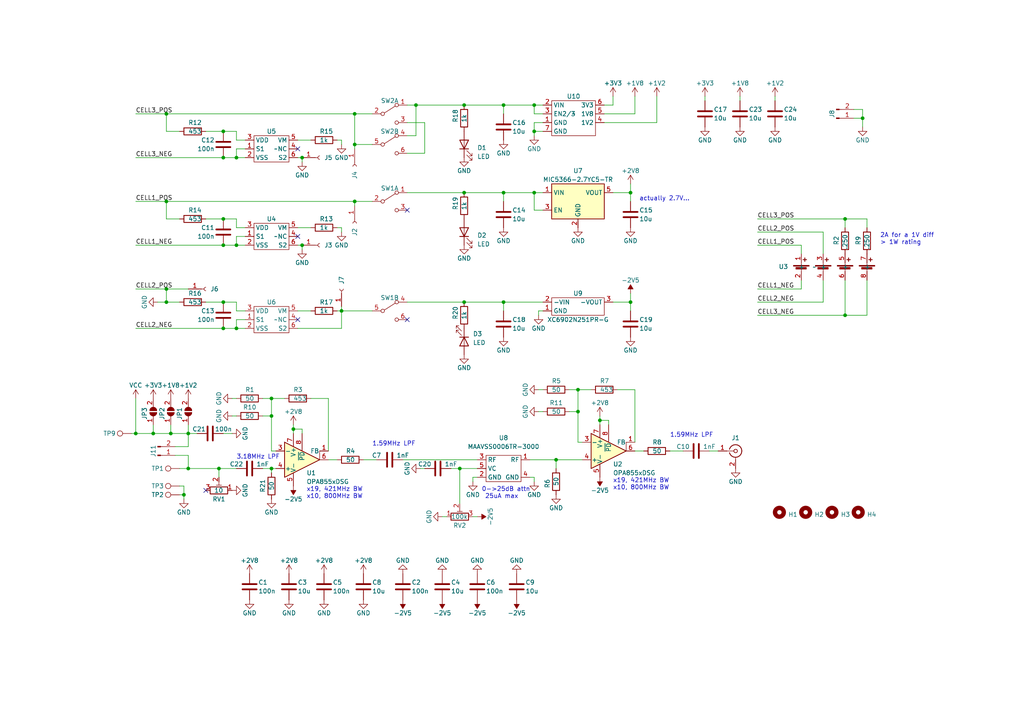
<source format=kicad_sch>
(kicad_sch (version 20230121) (generator eeschema)
  (paper "A4")
  (title_block (date "2023-03-21"))
  (junction (at 49.53 125.73))
  (junction (at 53.34 143.51))
  (junction (at 48.26 83.82))
  (junction (at 154.94 38.1))
  (junction (at 154.94 30.48))
  (junction (at 54.61 135.89))
  (junction (at 146.05 30.48))
  (junction (at 78.74 115.57))
  (junction (at 250.19 34.29))
  (junction (at 133.35 135.89))
  (junction (at 64.77 95.25))
  (junction (at 120.65 30.48))
  (junction (at 134.62 55.88))
  (junction (at 64.77 63.5))
  (junction (at 64.77 45.72))
  (junction (at 154.94 55.88))
  (junction (at 48.26 33.02))
  (junction (at 146.05 55.88))
  (junction (at 161.29 133.35))
  (junction (at 85.09 124.46))
  (junction (at 99.06 90.17))
  (junction (at 39.37 125.73))
  (junction (at 68.58 71.12))
  (junction (at 78.74 135.89))
  (junction (at 64.77 71.12))
  (junction (at 102.87 58.42))
  (junction (at 68.58 95.25))
  (junction (at 245.11 63.5))
  (junction (at 134.62 30.48))
  (junction (at 87.63 71.12))
  (junction (at 146.05 87.63))
  (junction (at 64.77 38.1))
  (junction (at 134.62 87.63))
  (junction (at 48.26 58.42))
  (junction (at 167.64 113.03))
  (junction (at 102.87 41.91))
  (junction (at 44.45 125.73))
  (junction (at 245.11 91.44))
  (junction (at 87.63 45.72))
  (junction (at 48.26 87.63))
  (junction (at 54.61 125.73))
  (junction (at 68.58 45.72))
  (junction (at 167.64 119.38))
  (junction (at 78.74 120.65))
  (junction (at 182.88 55.88))
  (junction (at 182.88 87.63))
  (junction (at 173.99 121.92))
  (junction (at 102.87 33.02))
  (junction (at 63.5 135.89))
  (junction (at 64.77 87.63))
  (no_connect (at 118.11 60.96))
  (no_connect (at 86.36 68.58))
  (no_connect (at 59.69 142.24))
  (no_connect (at 86.36 92.71))
  (no_connect (at 118.11 92.71))
  (no_connect (at 86.36 43.18))
  (wire (pts (xy 219.71 83.82) (xy 232.41 83.82)))
  (wire (pts (xy 59.69 87.63) (xy 64.77 87.63)))
  (wire (pts (xy 173.99 121.92) (xy 173.99 123.19)))
  (wire (pts (xy 39.37 95.25) (xy 64.77 95.25)))
  (wire (pts (xy 64.77 38.1) (xy 68.58 38.1)))
  (wire (pts (xy 64.77 95.25) (xy 68.58 95.25)))
  (wire (pts (xy 39.37 83.82) (xy 48.26 83.82)))
  (wire (pts (xy 173.99 121.92) (xy 176.53 121.92)))
  (wire (pts (xy 137.16 149.86) (xy 138.43 149.86)))
  (wire (pts (xy 176.53 121.92) (xy 176.53 123.19)))
  (wire (pts (xy 48.26 87.63) (xy 48.26 83.82)))
  (wire (pts (xy 167.64 128.27) (xy 167.64 119.38)))
  (wire (pts (xy 134.62 30.48) (xy 146.05 30.48)))
  (wire (pts (xy 154.94 33.02) (xy 154.94 30.48)))
  (wire (pts (xy 157.48 90.17) (xy 156.21 90.17)))
  (wire (pts (xy 154.94 138.43) (xy 154.94 139.7)))
  (wire (pts (xy 76.2 120.65) (xy 78.74 120.65)))
  (wire (pts (xy 52.07 135.89) (xy 54.61 135.89)))
  (wire (pts (xy 245.11 91.44) (xy 251.46 91.44)))
  (wire (pts (xy 59.69 38.1) (xy 64.77 38.1)))
  (wire (pts (xy 154.94 30.48) (xy 157.48 30.48)))
  (wire (pts (xy 99.06 90.17) (xy 99.06 95.25)))
  (wire (pts (xy 219.71 71.12) (xy 232.41 71.12)))
  (wire (pts (xy 182.88 85.09) (xy 182.88 87.63)))
  (wire (pts (xy 177.8 55.88) (xy 182.88 55.88)))
  (wire (pts (xy 118.11 39.37) (xy 120.65 39.37)))
  (wire (pts (xy 45.72 87.63) (xy 48.26 87.63)))
  (wire (pts (xy 64.77 125.73) (xy 67.31 125.73)))
  (wire (pts (xy 156.21 119.38) (xy 157.48 119.38)))
  (wire (pts (xy 48.26 58.42) (xy 102.87 58.42)))
  (wire (pts (xy 177.8 30.48) (xy 177.8 27.94)))
  (wire (pts (xy 53.34 140.97) (xy 53.34 143.51)))
  (wire (pts (xy 118.11 35.56) (xy 123.19 35.56)))
  (wire (pts (xy 219.71 87.63) (xy 238.76 87.63)))
  (wire (pts (xy 64.77 87.63) (xy 68.58 87.63)))
  (wire (pts (xy 97.79 40.64) (xy 99.06 40.64)))
  (wire (pts (xy 78.74 130.81) (xy 78.74 120.65)))
  (wire (pts (xy 182.88 53.34) (xy 182.88 55.88)))
  (wire (pts (xy 102.87 41.91) (xy 107.95 41.91)))
  (wire (pts (xy 71.12 92.71) (xy 68.58 92.71)))
  (wire (pts (xy 102.87 33.02) (xy 107.95 33.02)))
  (wire (pts (xy 54.61 129.54) (xy 54.61 125.73)))
  (wire (pts (xy 78.74 135.89) (xy 78.74 137.16)))
  (wire (pts (xy 52.07 143.51) (xy 53.34 143.51)))
  (wire (pts (xy 184.15 128.27) (xy 184.15 113.03)))
  (wire (pts (xy 184.15 113.03) (xy 179.07 113.03)))
  (wire (pts (xy 68.58 68.58) (xy 68.58 71.12)))
  (wire (pts (xy 87.63 45.72) (xy 87.63 46.99)))
  (wire (pts (xy 87.63 124.46) (xy 87.63 125.73)))
  (wire (pts (xy 39.37 45.72) (xy 64.77 45.72)))
  (wire (pts (xy 133.35 146.05) (xy 133.35 135.89)))
  (wire (pts (xy 76.2 135.89) (xy 78.74 135.89)))
  (wire (pts (xy 134.62 55.88) (xy 146.05 55.88)))
  (wire (pts (xy 224.79 27.94) (xy 224.79 29.21)))
  (wire (pts (xy 167.64 119.38) (xy 167.64 113.03)))
  (wire (pts (xy 134.62 87.63) (xy 146.05 87.63)))
  (wire (pts (xy 251.46 91.44) (xy 251.46 81.28)))
  (wire (pts (xy 184.15 130.81) (xy 186.69 130.81)))
  (wire (pts (xy 219.71 91.44) (xy 245.11 91.44)))
  (wire (pts (xy 85.09 123.19) (xy 85.09 124.46)))
  (wire (pts (xy 250.19 31.75) (xy 250.19 34.29)))
  (wire (pts (xy 52.07 63.5) (xy 48.26 63.5)))
  (wire (pts (xy 120.65 30.48) (xy 120.65 39.37)))
  (wire (pts (xy 219.71 67.31) (xy 238.76 67.31)))
  (wire (pts (xy 71.12 43.18) (xy 68.58 43.18)))
  (wire (pts (xy 105.41 133.35) (xy 109.22 133.35)))
  (wire (pts (xy 44.45 125.73) (xy 49.53 125.73)))
  (wire (pts (xy 64.77 71.12) (xy 68.58 71.12)))
  (wire (pts (xy 205.74 130.81) (xy 208.28 130.81)))
  (wire (pts (xy 38.1 125.73) (xy 39.37 125.73)))
  (wire (pts (xy 99.06 90.17) (xy 107.95 90.17)))
  (wire (pts (xy 157.48 60.96) (xy 154.94 60.96)))
  (wire (pts (xy 49.53 123.19) (xy 49.53 125.73)))
  (wire (pts (xy 146.05 30.48) (xy 146.05 33.02)))
  (wire (pts (xy 116.84 133.35) (xy 138.43 133.35)))
  (wire (pts (xy 118.11 30.48) (xy 120.65 30.48)))
  (wire (pts (xy 86.36 40.64) (xy 90.17 40.64)))
  (wire (pts (xy 247.65 34.29) (xy 250.19 34.29)))
  (wire (pts (xy 250.19 34.29) (xy 250.19 36.83)))
  (wire (pts (xy 153.67 133.35) (xy 161.29 133.35)))
  (wire (pts (xy 157.48 33.02) (xy 154.94 33.02)))
  (wire (pts (xy 85.09 124.46) (xy 85.09 125.73)))
  (wire (pts (xy 95.25 115.57) (xy 90.17 115.57)))
  (wire (pts (xy 204.47 27.94) (xy 204.47 29.21)))
  (wire (pts (xy 245.11 81.28) (xy 245.11 91.44)))
  (wire (pts (xy 238.76 81.28) (xy 238.76 87.63)))
  (wire (pts (xy 118.11 44.45) (xy 123.19 44.45)))
  (wire (pts (xy 86.36 95.25) (xy 99.06 95.25)))
  (wire (pts (xy 123.19 35.56) (xy 123.19 44.45)))
  (wire (pts (xy 97.79 66.04) (xy 99.06 66.04)))
  (wire (pts (xy 68.58 43.18) (xy 68.58 45.72)))
  (wire (pts (xy 95.25 133.35) (xy 97.79 133.35)))
  (wire (pts (xy 157.48 35.56) (xy 154.94 35.56)))
  (wire (pts (xy 48.26 63.5) (xy 48.26 58.42)))
  (wire (pts (xy 68.58 63.5) (xy 68.58 66.04)))
  (wire (pts (xy 64.77 45.72) (xy 68.58 45.72)))
  (wire (pts (xy 118.11 87.63) (xy 134.62 87.63)))
  (wire (pts (xy 50.8 129.54) (xy 54.61 129.54)))
  (wire (pts (xy 78.74 115.57) (xy 82.55 115.57)))
  (wire (pts (xy 184.15 33.02) (xy 184.15 27.94)))
  (wire (pts (xy 99.06 40.64) (xy 99.06 41.91)))
  (wire (pts (xy 167.64 113.03) (xy 171.45 113.03)))
  (wire (pts (xy 121.92 135.89) (xy 123.19 135.89)))
  (wire (pts (xy 64.77 63.5) (xy 68.58 63.5)))
  (wire (pts (xy 245.11 66.04) (xy 245.11 63.5)))
  (wire (pts (xy 120.65 30.48) (xy 134.62 30.48)))
  (wire (pts (xy 173.99 120.65) (xy 173.99 121.92)))
  (wire (pts (xy 78.74 135.89) (xy 80.01 135.89)))
  (wire (pts (xy 251.46 63.5) (xy 251.46 66.04)))
  (wire (pts (xy 68.58 71.12) (xy 71.12 71.12)))
  (wire (pts (xy 95.25 130.81) (xy 95.25 115.57)))
  (wire (pts (xy 44.45 123.19) (xy 44.45 125.73)))
  (wire (pts (xy 52.07 38.1) (xy 48.26 38.1)))
  (wire (pts (xy 99.06 66.04) (xy 99.06 67.31)))
  (wire (pts (xy 182.88 87.63) (xy 182.88 90.17)))
  (wire (pts (xy 68.58 95.25) (xy 71.12 95.25)))
  (wire (pts (xy 50.8 132.08) (xy 54.61 132.08)))
  (wire (pts (xy 39.37 125.73) (xy 44.45 125.73)))
  (wire (pts (xy 156.21 90.17) (xy 156.21 91.44)))
  (wire (pts (xy 138.43 138.43) (xy 137.16 138.43)))
  (wire (pts (xy 39.37 58.42) (xy 48.26 58.42)))
  (wire (pts (xy 86.36 45.72) (xy 87.63 45.72)))
  (wire (pts (xy 102.87 58.42) (xy 107.95 58.42)))
  (wire (pts (xy 63.5 135.89) (xy 68.58 135.89)))
  (wire (pts (xy 156.21 113.03) (xy 157.48 113.03)))
  (wire (pts (xy 102.87 33.02) (xy 102.87 41.91)))
  (wire (pts (xy 161.29 133.35) (xy 168.91 133.35)))
  (wire (pts (xy 214.63 27.94) (xy 214.63 29.21)))
  (wire (pts (xy 67.31 120.65) (xy 68.58 120.65)))
  (wire (pts (xy 54.61 135.89) (xy 63.5 135.89)))
  (wire (pts (xy 76.2 115.57) (xy 78.74 115.57)))
  (wire (pts (xy 154.94 38.1) (xy 157.48 38.1)))
  (wire (pts (xy 52.07 140.97) (xy 53.34 140.97)))
  (wire (pts (xy 154.94 60.96) (xy 154.94 55.88)))
  (wire (pts (xy 52.07 87.63) (xy 48.26 87.63)))
  (wire (pts (xy 86.36 66.04) (xy 90.17 66.04)))
  (wire (pts (xy 54.61 125.73) (xy 54.61 123.19)))
  (wire (pts (xy 68.58 92.71) (xy 68.58 95.25)))
  (wire (pts (xy 68.58 87.63) (xy 68.58 90.17)))
  (wire (pts (xy 182.88 55.88) (xy 182.88 58.42)))
  (wire (pts (xy 175.26 33.02) (xy 184.15 33.02)))
  (wire (pts (xy 80.01 130.81) (xy 78.74 130.81)))
  (wire (pts (xy 146.05 87.63) (xy 157.48 87.63)))
  (wire (pts (xy 86.36 71.12) (xy 87.63 71.12)))
  (wire (pts (xy 49.53 125.73) (xy 54.61 125.73)))
  (wire (pts (xy 48.26 33.02) (xy 102.87 33.02)))
  (wire (pts (xy 86.36 90.17) (xy 90.17 90.17)))
  (wire (pts (xy 102.87 41.91) (xy 102.87 43.18)))
  (wire (pts (xy 146.05 55.88) (xy 146.05 58.42)))
  (wire (pts (xy 165.1 119.38) (xy 167.64 119.38)))
  (wire (pts (xy 247.65 31.75) (xy 250.19 31.75)))
  (wire (pts (xy 39.37 71.12) (xy 64.77 71.12)))
  (wire (pts (xy 68.58 40.64) (xy 71.12 40.64)))
  (wire (pts (xy 245.11 63.5) (xy 251.46 63.5)))
  (wire (pts (xy 128.27 149.86) (xy 129.54 149.86)))
  (wire (pts (xy 232.41 73.66) (xy 232.41 71.12)))
  (wire (pts (xy 78.74 120.65) (xy 78.74 115.57)))
  (wire (pts (xy 54.61 125.73) (xy 57.15 125.73)))
  (wire (pts (xy 146.05 55.88) (xy 154.94 55.88)))
  (wire (pts (xy 219.71 63.5) (xy 245.11 63.5)))
  (wire (pts (xy 68.58 66.04) (xy 71.12 66.04)))
  (wire (pts (xy 165.1 113.03) (xy 167.64 113.03)))
  (wire (pts (xy 175.26 30.48) (xy 177.8 30.48)))
  (wire (pts (xy 68.58 38.1) (xy 68.58 40.64)))
  (wire (pts (xy 177.8 87.63) (xy 182.88 87.63)))
  (wire (pts (xy 154.94 38.1) (xy 154.94 39.37)))
  (wire (pts (xy 154.94 55.88) (xy 157.48 55.88)))
  (wire (pts (xy 68.58 90.17) (xy 71.12 90.17)))
  (wire (pts (xy 146.05 30.48) (xy 154.94 30.48)))
  (wire (pts (xy 154.94 35.56) (xy 154.94 38.1)))
  (wire (pts (xy 97.79 90.17) (xy 99.06 90.17)))
  (wire (pts (xy 85.09 124.46) (xy 87.63 124.46)))
  (wire (pts (xy 238.76 73.66) (xy 238.76 67.31)))
  (wire (pts (xy 190.5 35.56) (xy 190.5 27.94)))
  (wire (pts (xy 59.69 63.5) (xy 64.77 63.5)))
  (wire (pts (xy 175.26 35.56) (xy 190.5 35.56)))
  (wire (pts (xy 153.67 138.43) (xy 154.94 138.43)))
  (wire (pts (xy 39.37 115.57) (xy 39.37 125.73)))
  (wire (pts (xy 194.31 130.81) (xy 198.12 130.81)))
  (wire (pts (xy 232.41 81.28) (xy 232.41 83.82)))
  (wire (pts (xy 67.31 115.57) (xy 68.58 115.57)))
  (wire (pts (xy 130.81 135.89) (xy 133.35 135.89)))
  (wire (pts (xy 137.16 138.43) (xy 137.16 139.7)))
  (wire (pts (xy 54.61 132.08) (xy 54.61 135.89)))
  (wire (pts (xy 146.05 87.63) (xy 146.05 90.17)))
  (wire (pts (xy 99.06 88.9) (xy 99.06 90.17)))
  (wire (pts (xy 48.26 83.82) (xy 54.61 83.82)))
  (wire (pts (xy 118.11 55.88) (xy 134.62 55.88)))
  (wire (pts (xy 63.5 135.89) (xy 63.5 138.43)))
  (wire (pts (xy 68.58 45.72) (xy 71.12 45.72)))
  (wire (pts (xy 53.34 143.51) (xy 53.34 144.78)))
  (wire (pts (xy 133.35 135.89) (xy 138.43 135.89)))
  (wire (pts (xy 48.26 38.1) (xy 48.26 33.02)))
  (wire (pts (xy 71.12 68.58) (xy 68.58 68.58)))
  (wire (pts (xy 168.91 128.27) (xy 167.64 128.27)))
  (wire (pts (xy 102.87 58.42) (xy 102.87 59.69)))
  (wire (pts (xy 161.29 133.35) (xy 161.29 135.89)))
  (wire (pts (xy 87.63 71.12) (xy 87.63 72.39)))
  (wire (pts (xy 39.37 33.02) (xy 48.26 33.02)))
  (text "x19, 421MHz BW\nx10, 800MHz BW" (at 88.9 144.78 0) (effects (font (size 1.27 1.27)) (justify left bottom)))
  (text "actually 2.7V..." (at 185.42 58.42 0) (effects (font (size 1.27 1.27)) (justify left bottom)))
  (text "0->25dB attn\n 25uA max" (at 139.7 144.78 0) (effects (font (size 1.27 1.27)) (justify left bottom)))
  (text "1.59MHz LPF" (at 107.95 129.54 0) (effects (font (size 1.27 1.27)) (justify left bottom)))
  (text "3.18MHz LPF" (at 68.58 133.35 0) (effects (font (size 1.27 1.27)) (justify left bottom)))
  (text "1.59MHz LPF" (at 194.31 127 0) (effects (font (size 1.27 1.27)) (justify left bottom)))
  (text "x19, 421MHz BW\nx10, 800MHz BW" (at 177.8 142.24 0) (effects (font (size 1.27 1.27)) (justify left bottom)))
  (text "2A for a 1V diff\n> 1W rating" (at 255.27 71.12 0) (effects (font (size 1.27 1.27)) (justify left bottom)))
  (label "CELL2_NEG" (at 219.71 87.63 0))
  (label "CELL2_POS" (at 39.37 83.82 0))
  (label "CELL1_NEG" (at 219.71 83.82 0))
  (label "CELL1_NEG" (at 39.37 71.12 0))
  (label "CELL1_POS" (at 39.37 58.42 0))
  (label "CELL3_NEG" (at 219.71 91.44 0))
  (label "CELL3_POS" (at 39.37 33.02 0))
  (label "CELL2_NEG" (at 39.37 95.25 0))
  (label "CELL3_POS" (at 219.71 63.5 0))
  (label "CELL1_POS" (at 219.71 71.12 0))
  (label "CELL3_NEG" (at 39.37 45.72 0))
  (label "CELL2_POS" (at 219.71 67.31 0))
  (symbol (lib_id "power:+1V8") (at 214.63 27.94 0) (unit 1)
    (property "Reference" "#PWR059" (effects hide))
    (property "Value" "+1V8" (at 214.63 24.13 0))
  )
  (symbol (lib_id "power:GND") (at 134.62 45.72 0) (unit 1)
    (property "Reference" "#PWR034" (effects hide))
    (property "Value" "GND" (at 134.62 49.53 0))
  )
  (symbol (lib_id "Device:C") (at 149.86 170.18 0) (unit 1)
    (property "Reference" "C9" (at 152.4 168.91 0) (effects (justify left)))
    (property "Value" "10u" (at 152.4 171.45 0) (effects (justify left)))
    (property "Footprint" "Capacitor_SMD:C_0603_1608Metric" (effects hide))
    (property "Field4" "https://www.digikey.com/en/products/detail/samsung-electro-mechanics/CL10A106MQ8NNNC/3886777" (effects hide))
  )
  (symbol (lib_id "Device:R") (at 161.29 139.7 0) (unit 1)
    (property "Reference" "R6" (at 158.75 141.605 90) (effects (justify left)))
    (property "Value" "50" (at 161.29 140.97 90) (effects (justify left)))
    (property "Footprint" "Resistor_SMD:R_0402_1005Metric" (effects hide))
    (property "Field4" "https://www.digikey.com/en/products/detail/panasonic-electronic-components/ERJ-2RKF49R9X/192382" (effects hide))
  )
  (symbol (lib_id "power:+2V8") (at 105.41 166.37 0) (unit 1)
    (property "Reference" "#PWR018" (effects hide))
    (property "Value" "+2V8" (at 105.41 162.56 0))
  )
  (symbol (lib_id "power:GND") (at 156.21 119.38 270) (unit 1)
    (property "Reference" "#PWR032" (effects hide))
    (property "Value" "GND" (at 152.4 119.38 0))
  )
  (symbol (lib_id "power:GND") (at 146.05 66.04 0) (unit 1)
    (property "Reference" "#PWR039" (effects hide))
    (property "Value" "GND" (at 146.05 69.85 0))
  )
  (symbol (lib_id "power:GND") (at 134.62 71.12 0) (unit 1)
    (property "Reference" "#PWR035" (effects hide))
    (property "Value" "GND" (at 134.62 74.93 0))
  )
  (symbol (lib_id "power:-2V5") (at 128.27 173.99 180) (unit 1)
    (property "Reference" "#PWR013" (effects hide))
    (property "Value" "-2V5" (at 128.27 177.8 0))
  )
  (symbol (lib_id "power:GND") (at 53.34 144.78 0) (unit 1)
    (property "Reference" "#PWR02" (effects hide))
    (property "Value" "GND" (at 53.34 148.59 0))
  )
  (symbol (lib_id "Device:C") (at 146.05 62.23 0) (unit 1)
    (property "Reference" "C14" (at 148.59 60.96 0) (effects (justify left)))
    (property "Value" "10u" (at 148.59 63.5 0) (effects (justify left)))
    (property "Footprint" "Capacitor_SMD:C_0603_1608Metric" (effects hide))
    (property "Field4" "https://www.digikey.com/en/products/detail/samsung-electro-mechanics/CL10A106MQ8NNNC/3886777" (effects hide))
  )
  (symbol (lib_id "Device:R") (at 55.88 63.5 270) (unit 1)
    (property "Reference" "R14" (at 54.61 60.96 90) (effects (justify left)))
    (property "Value" "453 " (at 54.61 63.5 90) (effects (justify left)))
    (property "Footprint" "Resistor_SMD:R_0402_1005Metric" (effects hide))
    (property "Field4" "https://www.digikey.com/en/products/detail/yageo/RC0402FR-07453RL/5281025" (effects hide))
  )
  (symbol (lib_id "Device:C") (at 83.82 170.18 0) (unit 1)
    (property "Reference" "C3" (at 86.36 168.91 0) (effects (justify left)))
    (property "Value" "10u" (at 86.36 171.45 0) (effects (justify left)))
    (property "Footprint" "Capacitor_SMD:C_0603_1608Metric" (effects hide))
    (property "Field4" "https://www.digikey.com/en/products/detail/samsung-electro-mechanics/CL10A106MQ8NNNC/3886777" (effects hide))
  )
  (symbol (lib_id "power:GND") (at 182.88 97.79 0) (unit 1)
    (property "Reference" "#PWR049" (effects hide))
    (property "Value" "GND" (at 182.88 101.6 0))
  )
  (symbol (lib_id "Connector:Conn_Coaxial") (at 213.36 130.81 0) (unit 1)
    (property "Reference" "J1" (at 213.36 127 0))
    (property "Value" "COAX" (effects hide))
    (property "Footprint" "library:SMA_ALIEXPRESS" (effects hide))
    (property "Datasheet" " ~" (effects hide))
    (property "Field4" "https://www.aliexpress.com/item/1005001943804637.html" (effects hide))
  )
  (symbol (lib_id "Switch:SW_DPDT_x2") (at 113.03 33.02 0) (unit 1)
    (property "Reference" "SW2" (at 113.03 29.21 0))
    (property "Value" "SW_DPDT_x2" (effects hide))
    (property "Footprint" "Button_Switch_SMD:SW_DPDT_CK_JS202011JCQN" (effects hide))
    (property "Field4" "https://www.digikey.com/en/products/detail/c-k/JS202011JCQN/6137630" (effects hide))
  )
  (symbol (lib_id "power:-2V5") (at 149.86 173.99 180) (unit 1)
    (property "Reference" "#PWR021" (effects hide))
    (property "Value" "-2V5" (at 149.86 177.8 0))
  )
  (symbol (lib_id "power:-2V5") (at 138.43 149.86 270) (unit 1)
    (property "Reference" "#PWR064" (effects hide))
    (property "Value" "-2V5" (at 142.24 149.86 0))
  )
  (symbol (lib_id "power:GND") (at 213.36 135.89 0) (unit 1)
    (property "Reference" "#PWR027" (effects hide))
    (property "Value" "GND" (at 213.36 139.7 0))
  )
  (symbol (lib_id "power:GND") (at 250.19 36.83 0) (unit 1)
    (property "Reference" "#PWR048" (effects hide))
    (property "Value" "GND" (at 250.19 40.64 0))
  )
  (symbol (lib_id "Device:C") (at 72.39 170.18 0) (unit 1)
    (property "Reference" "C1" (at 74.93 168.91 0) (effects (justify left)))
    (property "Value" "100n" (at 74.93 171.45 0) (effects (justify left)))
    (property "Footprint" "Capacitor_SMD:C_0402_1005Metric" (effects hide))
    (property "Field4" "https://www.digikey.com/en/products/detail/kyocera-avx/0402YC104KAT2A/3080100" (effects hide))
  )
  (symbol (lib_id "Device:C") (at 138.43 170.18 0) (unit 1)
    (property "Reference" "C6" (at 140.97 168.91 0) (effects (justify left)))
    (property "Value" "100n" (at 140.97 171.45 0) (effects (justify left)))
    (property "Footprint" "Capacitor_SMD:C_0402_1005Metric" (effects hide))
    (property "Field4" "https://www.digikey.com/en/products/detail/kyocera-avx/0402YC104KAT2A/3080100" (effects hide))
    (property "Field5" "https://www.digikey.com/en/products/detail/samsung-electro-mechanics/CL10A106MQ8NNNC/3886777" (effects hide))
  )
  (symbol (lib_id "power:GND") (at 224.79 36.83 0) (unit 1)
    (property "Reference" "#PWR062" (effects hide))
    (property "Value" "GND" (at 224.79 40.64 0))
  )
  (symbol (lib_id "power:+2V8") (at 173.99 120.65 0) (unit 1)
    (property "Reference" "#PWR08" (effects hide))
    (property "Value" "+2V8" (at 173.99 116.84 0))
  )
  (symbol (lib_id "power:GND") (at 105.41 173.99 0) (unit 1)
    (property "Reference" "#PWR019" (effects hide))
    (property "Value" "GND" (at 105.41 177.8 0))
  )
  (symbol (lib_id "Device:C") (at 64.77 91.44 0) (mirror y) (unit 1)
    (property "Reference" "C13" (at 62.23 90.17 0) (effects (justify left)))
    (property "Value" "100n" (at 62.23 92.71 0) (effects (justify left)))
    (property "Footprint" "Capacitor_SMD:C_0402_1005Metric" (effects hide))
    (property "Field4" "https://www.digikey.com/en/products/detail/kyocera-avx/0402YC104KAT2A/3080100" (effects hide))
  )
  (symbol (lib_id "power:GND") (at 72.39 173.99 0) (unit 1)
    (property "Reference" "#PWR05" (effects hide))
    (property "Value" "GND" (at 72.39 177.8 0))
  )
  (symbol (lib_id "power:+2V8") (at 93.98 166.37 0) (unit 1)
    (property "Reference" "#PWR014" (effects hide))
    (property "Value" "+2V8" (at 93.98 162.56 0))
  )
  (symbol (lib_id "power:+1V2") (at 224.79 27.94 0) (unit 1)
    (property "Reference" "#PWR061" (effects hide))
    (property "Value" "+1V2" (at 224.79 24.13 0))
  )
  (symbol (lib_id "Device:R") (at 93.98 90.17 270) (unit 1)
    (property "Reference" "R17" (at 92.71 87.63 90) (effects (justify left)))
    (property "Value" "1k" (at 92.71 90.17 90) (effects (justify left)))
    (property "Footprint" "Resistor_SMD:R_0402_1005Metric" (effects hide))
    (property "Field4" "https://www.digikey.com/en/products/detail/stackpole-electronics-inc/RMCF0402FT1K00/1761754" (effects hide))
  )
  (symbol (lib_id "power:-2V5") (at 182.88 85.09 0) (unit 1)
    (property "Reference" "#PWR050" (effects hide))
    (property "Value" "-2V5" (at 182.88 81.28 0))
  )
  (symbol (lib_id "lib:AP9211") (at 78.74 92.71 0) (unit 1)
    (property "Reference" "U6" (at 78.74 87.63 0))
    (property "Value" "~" (at 80.01 92.71 0))
    (property "Footprint" "library:UDFN-6-1EP_3x2mm_P0.6mm_EP1.7x1.7mm" (effects hide))
    (property "Field4" "https://www.digikey.com/en/products/detail/diodes-incorporated/AP9211SA-AH-HAC-7/5126828" (effects hide))
  )
  (symbol (lib_id "Device:R") (at 86.36 115.57 270) (unit 1)
    (property "Reference" "R3" (at 85.09 113.03 90) (effects (justify left)))
    (property "Value" "453 " (at 85.09 115.57 90) (effects (justify left)))
    (property "Footprint" "Resistor_SMD:R_0402_1005Metric" (effects hide))
    (property "Field4" "https://www.digikey.com/en/products/detail/yageo/RC0402FR-07453RL/5281025" (effects hide))
  )
  (symbol (lib_id "Device:LED") (at 134.62 41.91 90) (unit 1)
    (property "Reference" "D1" (at 138.43 42.8625 90) (effects (justify right)))
    (property "Value" "LED" (at 138.43 45.4025 90) (effects (justify right)))
    (property "Footprint" "LED_SMD:LED_0603_1608Metric" (effects hide))
    (property "Field4" "https://www.digikey.com/en/products/detail/lumex-opto-components-inc/SML-LX0603GW-TR/304359" (effects hide))
  )
  (symbol (lib_id "power:-2V5") (at 173.99 138.43 180) (unit 1)
    (property "Reference" "#PWR025" (effects hide))
    (property "Value" "-2V5" (at 173.99 142.24 0))
  )
  (symbol (lib_id "power:GND") (at 67.31 120.65 270) (unit 1)
    (property "Reference" "#PWR031" (effects hide))
    (property "Value" "GND" (at 63.5 120.65 0))
  )
  (symbol (lib_id "Connector:TestPoint") (at 52.07 140.97 90) (unit 1)
    (property "Reference" "TP3" (at 45.72 140.97 90))
    (property "Value" "TestPoint" (effects hide))
    (property "Footprint" "TestPoint:TestPoint_Pad_2.0x2.0mm" (effects hide))
  )
  (symbol (lib_id "Device:C") (at 182.88 93.98 0) (unit 1)
    (property "Reference" "C19" (at 185.42 92.71 0) (effects (justify left)))
    (property "Value" "10u" (at 185.42 95.25 0) (effects (justify left)))
    (property "Footprint" "Capacitor_SMD:C_0603_1608Metric" (effects hide))
    (property "Field4" "https://www.digikey.com/en/products/detail/samsung-electro-mechanics/CL10A106MQ8NNNC/3886777" (effects hide))
  )
  (symbol (lib_id "Device:C") (at 201.93 130.81 90) (unit 1)
    (property "Reference" "C10" (at 198.12 129.54 90))
    (property "Value" "1nF" (at 205.74 129.54 90))
    (property "Footprint" "Capacitor_SMD:C_0402_1005Metric" (effects hide))
    (property "Field4" "https://www.digikey.ch/en/products/detail/murata-electronics/GCM155R71H102KA37D/1641635" (effects hide))
  )
  (symbol (lib_id "power:-2V5") (at 138.43 173.99 180) (unit 1)
    (property "Reference" "#PWR017" (effects hide))
    (property "Value" "-2V5" (at 138.43 177.8 0))
  )
  (symbol (lib_id "Regulator_Linear:MIC5365-3.3YC5") (at 167.64 58.42 0) (unit 1)
    (property "Reference" "U7" (at 167.64 49.53 0))
    (property "Value" "MIC5366-2.7YC5-TR" (at 167.64 52.07 0))
    (property "Footprint" "Package_TO_SOT_SMD:SOT-353_SC-70-5" (effects hide))
    (property "Datasheet" "http://ww1.microchip.com/downloads/en/DeviceDoc/mic5365.pdf" (effects hide))
    (property "Field4" "https://www.digikey.com/en/products/detail/microchip-technology/MIC5366-2-7YC5-TR/1974117" (effects hide))
  )
  (symbol (lib_id "Switch:SW_DPDT_x2") (at 113.03 41.91 0) (unit 2)
    (property "Reference" "SW2" (at 113.03 38.1 0))
    (property "Value" "SW_DPDT_x2" (effects hide))
    (property "Footprint" "Button_Switch_SMD:SW_DPDT_CK_JS202011JCQN" (effects hide))
    (property "Field4" "https://www.digikey.com/en/products/detail/c-k/JS202011JCQN/6137630" (effects hide))
  )
  (symbol (lib_id "Device:R") (at 175.26 113.03 270) (unit 1)
    (property "Reference" "R7" (at 173.99 110.49 90) (effects (justify left)))
    (property "Value" "453" (at 173.99 113.03 90) (effects (justify left)))
    (property "Footprint" "Resistor_SMD:R_0402_1005Metric" (effects hide))
    (property "Field4" "https://www.digikey.com/en/products/detail/yageo/RC0402FR-07453RL/5281025" (effects hide))
  )
  (symbol (lib_id "power:GND") (at 214.63 36.83 0) (unit 1)
    (property "Reference" "#PWR060" (effects hide))
    (property "Value" "GND" (at 214.63 40.64 0))
  )
  (symbol (lib_id "power:GND") (at 134.62 102.87 0) (unit 1)
    (property "Reference" "#PWR036" (effects hide))
    (property "Value" "GND" (at 134.62 106.68 0))
  )
  (symbol (lib_id "lib:4x_18650") (at 236.22 77.47 0) (unit 1)
    (property "Reference" "U3" (at 228.6 77.343 0) (effects (justify right)))
    (property "Value" "~" (at 236.22 77.47 0))
    (property "Footprint" "library:4x_18650_smd" (effects hide))
    (property "Datasheet" "https://www.aliexpress.com/item/1005004221055140.html" (effects hide))
    (property "Field4" "https://www.aliexpress.com/item/1005004221055140.html" (effects hide))
  )
  (symbol (lib_id "power:GND") (at 149.86 166.37 180) (unit 1)
    (property "Reference" "#PWR020" (effects hide))
    (property "Value" "GND" (at 149.86 162.56 0))
  )
  (symbol (lib_id "power:GND") (at 128.27 149.86 270) (unit 1)
    (property "Reference" "#PWR053" (effects hide))
    (property "Value" "GND" (at 124.46 149.86 0))
  )
  (symbol (lib_id "power:GND") (at 204.47 36.83 0) (unit 1)
    (property "Reference" "#PWR045" (effects hide))
    (property "Value" "GND" (at 204.47 40.64 0))
  )
  (symbol (lib_id "power:GND") (at 45.72 87.63 270) (unit 1)
    (property "Reference" "#PWR037" (effects hide))
    (property "Value" "GND" (at 41.91 87.63 0))
  )
  (symbol (lib_id "Mechanical:MountingHole") (at 233.68 148.59 0) (unit 1)
    (property "Reference" "H2" (at 236.22 149.225 0) (effects (justify left)))
    (property "Value" "MountingHole" (effects hide))
    (property "Footprint" "MountingHole:MountingHole_2.5mm" (effects hide))
  )
  (symbol (lib_id "lib:AP9211") (at 78.74 68.58 0) (unit 1)
    (property "Reference" "U4" (at 78.74 63.5 0))
    (property "Value" "~" (at 80.01 68.58 0))
    (property "Footprint" "library:UDFN-6-1EP_3x2mm_P0.6mm_EP1.7x1.7mm" (effects hide))
    (property "Field4" "https://www.digikey.com/en/products/detail/diodes-incorporated/AP9211SA-AH-HAC-7/5126828" (effects hide))
  )
  (symbol (lib_id "power:GND") (at 146.05 40.64 0) (unit 1)
    (property "Reference" "#PWR041" (effects hide))
    (property "Value" "GND" (at 146.05 44.45 0))
  )
  (symbol (lib_id "lib:XC6902N251PR-G") (at 167.64 88.9 0) (mirror x) (unit 1)
    (property "Reference" "U9" (at 167.64 85.09 0))
    (property "Value" "XC6902N251PR-G" (at 167.64 92.71 0))
    (property "Footprint" "Package_TO_SOT_SMD:SOT-89-3" (effects hide))
    (property "Field4" "https://www.digikey.com/en/products/detail/torex-semiconductor-ltd/XC6902N251PR-G/10176604" (effects hide))
  )
  (symbol (lib_id "Mechanical:MountingHole") (at 241.3 148.59 0) (unit 1)
    (property "Reference" "H3" (at 243.84 149.225 0) (effects (justify left)))
    (property "Value" "MountingHole" (effects hide))
    (property "Footprint" "MountingHole:MountingHole_2.5mm" (effects hide))
  )
  (symbol (lib_id "power:GND") (at 146.05 97.79 0) (unit 1)
    (property "Reference" "#PWR047" (effects hide))
    (property "Value" "GND" (at 146.05 101.6 0))
  )
  (symbol (lib_id "Switch:SW_DPDT_x2") (at 113.03 58.42 0) (unit 1)
    (property "Reference" "SW1" (at 113.03 54.61 0))
    (property "Value" "SW_DPDT_x2" (effects hide))
    (property "Footprint" "Button_Switch_SMD:SW_DPDT_CK_JS202011JCQN" (effects hide))
    (property "Field4" "https://www.digikey.com/en/products/detail/c-k/JS202011JCQN/6137630" (effects hide))
  )
  (symbol (lib_id "Connector:Conn_01x01_Socket") (at 99.06 83.82 270) (mirror x) (unit 1)
    (property "Reference" "J7" (at 99.06 81.28 0))
    (property "Value" "Conn_01x01_Socket" (effects hide))
    (property "Footprint" "library:575-8" (effects hide))
    (property "Field4" "https://www.digikey.com/en/products/detail/keystone-electronics/575-8/318495" (effects hide))
  )
  (symbol (lib_id "power:GND") (at 67.31 125.73 90) (unit 1)
    (property "Reference" "#PWR033" (effects hide))
    (property "Value" "GND" (at 71.12 125.73 0))
  )
  (symbol (lib_id "power:GND") (at 121.92 135.89 270) (unit 1)
    (property "Reference" "#PWR052" (effects hide))
    (property "Value" "GND" (at 118.11 135.89 0))
  )
  (symbol (lib_id "Device:R") (at 161.29 113.03 270) (unit 1)
    (property "Reference" "R5" (at 160.02 110.49 90) (effects (justify left)))
    (property "Value" "50" (at 160.02 113.03 90) (effects (justify left)))
    (property "Footprint" "Resistor_SMD:R_0402_1005Metric" (effects hide))
    (property "Field4" "https://www.digikey.com/en/products/detail/panasonic-electronic-components/ERJ-2RKF49R9X/192382" (effects hide))
  )
  (symbol (lib_id "power:GND") (at 156.21 91.44 0) (unit 1)
    (property "Reference" "#PWR042" (effects hide))
    (property "Value" "GND" (at 156.21 95.25 0))
  )
  (symbol (lib_id "Device:C") (at 128.27 170.18 0) (unit 1)
    (property "Reference" "C4" (at 130.81 168.91 0) (effects (justify left)))
    (property "Value" "10u" (at 130.81 171.45 0) (effects (justify left)))
    (property "Footprint" "Capacitor_SMD:C_0603_1608Metric" (effects hide))
  )
  (symbol (lib_id "power:GND") (at 167.64 66.04 0) (unit 1)
    (property "Reference" "#PWR038" (effects hide))
    (property "Value" "GND" (at 167.64 69.85 0))
  )
  (symbol (lib_id "Jumper:SolderJumper_2_Open") (at 44.45 119.38 90) (unit 1)
    (property "Reference" "JP3" (at 41.91 118.11 0) (effects (justify right)))
    (property "Value" "SolderJumper_2_Open" (effects hide))
    (property "Footprint" "Jumper:SolderJumper-2_P1.3mm_Open_TrianglePad1.0x1.5mm" (effects hide))
  )
  (symbol (lib_id "Mechanical:MountingHole") (at 248.92 148.59 0) (unit 1)
    (property "Reference" "H4" (at 251.46 149.225 0) (effects (justify left)))
    (property "Value" "MountingHole" (effects hide))
    (property "Footprint" "MountingHole:MountingHole_2.5mm" (effects hide))
  )
  (symbol (lib_id "power:GND") (at 161.29 143.51 0) (unit 1)
    (property "Reference" "#PWR023" (effects hide))
    (property "Value" "GND" (at 161.29 147.32 0))
  )
  (symbol (lib_id "Device:C") (at 214.63 33.02 0) (unit 1)
    (property "Reference" "C23" (at 217.17 31.75 0) (effects (justify left)))
    (property "Value" "10u" (at 217.17 34.29 0) (effects (justify left)))
    (property "Footprint" "Capacitor_SMD:C_0603_1608Metric" (effects hide))
    (property "Field4" "https://www.digikey.com/en/products/detail/samsung-electro-mechanics/CL10A106MQ8NNNC/3886777" (effects hide))
  )
  (symbol (lib_id "Device:C") (at 64.77 41.91 0) (mirror y) (unit 1)
    (property "Reference" "C12" (at 62.23 40.64 0) (effects (justify left)))
    (property "Value" "100n" (at 62.23 43.18 0) (effects (justify left)))
    (property "Footprint" "Capacitor_SMD:C_0402_1005Metric" (effects hide))
    (property "Field4" "https://www.digikey.com/en/products/detail/kyocera-avx/0402YC104KAT2A/3080100" (effects hide))
  )
  (symbol (lib_id "power:+1V2") (at 190.5 27.94 0) (unit 1)
    (property "Reference" "#PWR057" (effects hide))
    (property "Value" "+1V2" (at 190.5 24.13 0))
  )
  (symbol (lib_id "Device:C") (at 182.88 62.23 0) (unit 1)
    (property "Reference" "C15" (at 185.42 60.96 0) (effects (justify left)))
    (property "Value" "10u" (at 185.42 63.5 0) (effects (justify left)))
    (property "Footprint" "Capacitor_SMD:C_0603_1608Metric" (effects hide))
    (property "Field4" "https://www.digikey.com/en/products/detail/samsung-electro-mechanics/CL10A106MQ8NNNC/3886777" (effects hide))
  )
  (symbol (lib_id "Device:R") (at 245.11 69.85 0) (unit 1)
    (property "Reference" "R2" (at 242.57 71.12 90) (effects (justify left)))
    (property "Value" ".250" (at 245.11 72.39 90) (effects (justify left)))
    (property "Footprint" "Resistor_SMD:R_2512_6332Metric" (effects hide))
    (property "Field4" "https://www.lcsc.com/product-detail/Chip-Resistor-Surface-Mount_FOJAN-FRL2512JR250TS_C2934375.html" (effects hide))
  )
  (symbol (lib_id "Connector:Conn_01x02_Pin") (at 45.72 132.08 0) (mirror x) (unit 1)
    (property "Reference" "J11" (at 44.45 130.81 90))
    (property "Value" "Conn_01x02_Pin" (effects hide))
    (property "Footprint" "Connector_PinHeader_2.54mm:PinHeader_1x02_P2.54mm_Horizontal" (effects hide))
    (property "Field4" "https://www.digikey.com/en/products/detail/amphenol-cs-fci/10129379-902002BLF/7915978" (effects hide))
  )
  (symbol (lib_id "Device:R") (at 134.62 34.29 0) (unit 1)
    (property "Reference" "R18" (at 132.08 35.56 90) (effects (justify left)))
    (property "Value" "1k" (at 134.62 35.56 90) (effects (justify left)))
    (property "Footprint" "Resistor_SMD:R_0402_1005Metric" (effects hide))
    (property "Field4" "https://www.digikey.com/en/products/detail/stackpole-electronics-inc/RMCF0402FT1K00/1761754" (effects hide))
  )
  (symbol (lib_id "Device:R") (at 190.5 130.81 270) (unit 1)
    (property "Reference" "R8" (at 189.23 128.27 90) (effects (justify left)))
    (property "Value" "50" (at 189.23 130.81 90) (effects (justify left)))
    (property "Footprint" "Resistor_SMD:R_0402_1005Metric" (effects hide))
    (property "Field4" "https://www.digikey.com/en/products/detail/panasonic-electronic-components/ERJ-2RKF49R9X/192382" (effects hide))
  )
  (symbol (lib_id "Device:R") (at 101.6 133.35 270) (unit 1)
    (property "Reference" "R4" (at 100.33 130.81 90) (effects (justify left)))
    (property "Value" "50" (at 100.33 133.35 90) (effects (justify left)))
    (property "Footprint" "Resistor_SMD:R_0402_1005Metric" (effects hide))
    (property "Field4" "https://www.digikey.com/en/products/detail/panasonic-electronic-components/ERJ-2RKF49R9X/192382" (effects hide))
  )
  (symbol (lib_id "Device:C") (at 60.96 125.73 90) (mirror x) (unit 1)
    (property "Reference" "C21" (at 59.69 124.46 90) (effects (justify left)))
    (property "Value" "100n" (at 67.31 124.46 90) (effects (justify left)))
    (property "Footprint" "Capacitor_SMD:C_0402_1005Metric" (effects hide))
    (property "Field4" "https://www.digikey.com/en/products/detail/kyocera-avx/0402YC104KAT2A/3080100" (effects hide))
  )
  (symbol (lib_id "power:GND") (at 67.31 142.24 90) (unit 1)
    (property "Reference" "#PWR03" (effects hide))
    (property "Value" "GND" (at 71.12 142.24 0))
  )
  (symbol (lib_id "Device:R") (at 55.88 87.63 270) (unit 1)
    (property "Reference" "R16" (at 54.61 85.09 90) (effects (justify left)))
    (property "Value" "453 " (at 54.61 87.63 90) (effects (justify left)))
    (property "Footprint" "Resistor_SMD:R_0402_1005Metric" (effects hide))
    (property "Field4" "https://www.digikey.com/en/products/detail/yageo/RC0402FR-07453RL/5281025" (effects hide))
  )
  (symbol (lib_id "power:GND") (at 78.74 144.78 0) (unit 1)
    (property "Reference" "#PWR055" (effects hide))
    (property "Value" "GND" (at 78.74 148.59 0))
  )
  (symbol (lib_id "power:+2V8") (at 85.09 123.19 0) (unit 1)
    (property "Reference" "#PWR024" (effects hide))
    (property "Value" "+2V8" (at 85.09 119.38 0))
  )
  (symbol (lib_id "power:GND") (at 83.82 173.99 0) (unit 1)
    (property "Reference" "#PWR011" (effects hide))
    (property "Value" "GND" (at 83.82 177.8 0))
  )
  (symbol (lib_id "lib:AP9211") (at 78.74 43.18 0) (unit 1)
    (property "Reference" "U5" (at 78.74 38.1 0))
    (property "Value" "~" (at 80.01 43.18 0))
    (property "Footprint" "library:UDFN-6-1EP_3x2mm_P0.6mm_EP1.7x1.7mm" (effects hide))
    (property "Field4" "https://www.digikey.com/en/products/detail/diodes-incorporated/AP9211SA-AH-HAC-7/5126828" (effects hide))
  )
  (symbol (lib_id "Connector:Conn_01x01_Socket") (at 92.71 71.12 0) (mirror x) (unit 1)
    (property "Reference" "J3" (at 95.25 71.12 0))
    (property "Value" "Conn_01x01_Socket" (effects hide))
    (property "Footprint" "library:575-8" (effects hide))
    (property "Field4" "https://www.digikey.com/en/products/detail/keystone-electronics/575-8/318495" (effects hide))
  )
  (symbol (lib_id "Device:R") (at 93.98 66.04 270) (unit 1)
    (property "Reference" "R13" (at 92.71 63.5 90) (effects (justify left)))
    (property "Value" "1k" (at 92.71 66.04 90) (effects (justify left)))
    (property "Footprint" "Resistor_SMD:R_0402_1005Metric" (effects hide))
    (property "Field4" "https://www.digikey.com/en/products/detail/stackpole-electronics-inc/RMCF0402FT1K00/1761754" (effects hide))
  )
  (symbol (lib_id "Device:C") (at 105.41 170.18 0) (unit 1)
    (property "Reference" "C8" (at 107.95 168.91 0) (effects (justify left)))
    (property "Value" "10u" (at 107.95 171.45 0) (effects (justify left)))
    (property "Footprint" "Capacitor_SMD:C_0603_1608Metric" (effects hide))
    (property "Field4" "https://www.digikey.com/en/products/detail/samsung-electro-mechanics/CL10A106MQ8NNNC/3886777" (effects hide))
  )
  (symbol (lib_id "Device:C") (at 146.05 93.98 0) (unit 1)
    (property "Reference" "C18" (at 148.59 92.71 0) (effects (justify left)))
    (property "Value" "10u" (at 148.59 95.25 0) (effects (justify left)))
    (property "Footprint" "Capacitor_SMD:C_0603_1608Metric" (effects hide))
    (property "Field4" "https://www.digikey.com/en/products/detail/samsung-electro-mechanics/CL10A106MQ8NNNC/3886777" (effects hide))
  )
  (symbol (lib_id "power:GND") (at 87.63 72.39 0) (unit 1)
    (property "Reference" "#PWR026" (effects hide))
    (property "Value" "GND" (at 87.63 76.2 0))
  )
  (symbol (lib_id "Connector:Conn_01x02_Pin") (at 242.57 34.29 0) (mirror x) (unit 1)
    (property "Reference" "J8" (at 241.3 33.02 90))
    (property "Value" "Conn_01x02_Pin" (effects hide))
    (property "Footprint" "Connector_PinHeader_2.54mm:PinHeader_1x02_P2.54mm_Horizontal" (effects hide))
    (property "Field4" "https://www.digikey.com/en/products/detail/amphenol-cs-fci/10129379-902002BLF/7915978" (effects hide))
  )
  (symbol (lib_id "Device:R") (at 93.98 40.64 270) (unit 1)
    (property "Reference" "R15" (at 92.71 38.1 90) (effects (justify left)))
    (property "Value" "1k" (at 92.71 40.64 90) (effects (justify left)))
    (property "Footprint" "Resistor_SMD:R_0402_1005Metric" (effects hide))
    (property "Field4" "https://www.digikey.com/en/products/detail/stackpole-electronics-inc/RMCF0402FT1K00/1761754" (effects hide))
  )
  (symbol (lib_id "power:GND") (at 87.63 46.99 0) (unit 1)
    (property "Reference" "#PWR029" (effects hide))
    (property "Value" "GND" (at 87.63 50.8 0))
  )
  (symbol (lib_id "power:GND") (at 116.84 166.37 180) (unit 1)
    (property "Reference" "#PWR06" (effects hide))
    (property "Value" "GND" (at 116.84 162.56 0))
  )
  (symbol (lib_id "Device:R_Potentiometer_Trim") (at 63.5 142.24 270) (mirror x) (unit 1)
    (property "Reference" "RV1" (at 65.405 144.78 90) (effects (justify right)))
    (property "Value" "10" (at 64.77 142.24 90) (effects (justify right)))
    (property "Footprint" "Potentiometer_SMD:Potentiometer_Bourns_3314J_Vertical" (effects hide))
    (property "Field4" "https://www.digikey.com/en/products/detail/bourns-inc/3314J-1-100E/1817558" (effects hide))
  )
  (symbol (lib_id "Device:R") (at 55.88 38.1 270) (unit 1)
    (property "Reference" "R12" (at 54.61 35.56 90) (effects (justify left)))
    (property "Value" "453 " (at 54.61 38.1 90) (effects (justify left)))
    (property "Footprint" "Resistor_SMD:R_0402_1005Metric" (effects hide))
    (property "Field4" "https://www.digikey.com/en/products/detail/yageo/RC0402FR-07453RL/5281025" (effects hide))
  )
  (symbol (lib_id "power:+2V8") (at 72.39 166.37 0) (unit 1)
    (property "Reference" "#PWR04" (effects hide))
    (property "Value" "+2V8" (at 72.39 162.56 0))
  )
  (symbol (lib_id "power:GND") (at 99.06 67.31 0) (unit 1)
    (property "Reference" "#PWR028" (effects hide))
    (property "Value" "GND" (at 99.06 71.12 0))
  )
  (symbol (lib_id "Jumper:SolderJumper_2_Open") (at 54.61 119.38 90) (unit 1)
    (property "Reference" "JP1" (at 52.07 118.11 0) (effects (justify right)))
    (property "Value" "SolderJumper_2_Open" (effects hide))
    (property "Footprint" "Jumper:SolderJumper-2_P1.3mm_Open_TrianglePad1.0x1.5mm" (effects hide))
  )
  (symbol (lib_id "Device:R_Potentiometer_Trim") (at 133.35 149.86 90) (unit 1)
    (property "Reference" "RV2" (at 131.445 152.4 90) (effects (justify right)))
    (property "Value" "100k" (at 130.81 149.86 90) (effects (justify right)))
    (property "Footprint" "Potentiometer_SMD:Potentiometer_Bourns_3314J_Vertical" (effects hide))
    (property "Field4" "https://www.digikey.com/en/products/detail/bourns-inc/3314J-1-104E/86669" (effects hide))
  )
  (symbol (lib_id "lib:MIC5387") (at 166.37 33.02 0) (unit 1)
    (property "Reference" "U10" (at 166.37 27.94 0))
    (property "Value" "~" (at 166.37 33.02 0))
    (property "Footprint" "Package_DFN_QFN:MLF-6-1EP_1.6x1.6mm_P0.5mm_EP0.5x1.26mm" (effects hide))
    (property "Field4" "https://www.digikey.com/en/products/detail/microchip-technology/MIC5387-SG4YMT-TR/2297018" (effects hide))
  )
  (symbol (lib_id "Device:C") (at 64.77 67.31 0) (mirror y) (unit 1)
    (property "Reference" "C11" (at 62.23 66.04 0) (effects (justify left)))
    (property "Value" "100n" (at 62.23 68.58 0) (effects (justify left)))
    (property "Footprint" "Capacitor_SMD:C_0402_1005Metric" (effects hide))
    (property "Field4" "https://www.digikey.com/en/products/detail/kyocera-avx/0402YC104KAT2A/3080100" (effects hide))
  )
  (symbol (lib_id "Device:R") (at 161.29 119.38 270) (unit 1)
    (property "Reference" "R11" (at 159.385 116.84 90) (effects (justify left)))
    (property "Value" "50" (at 160.02 119.38 90) (effects (justify left)))
    (property "Footprint" "Resistor_SMD:R_0402_1005Metric" (effects hide))
    (property "Field4" "https://www.digikey.com/en/products/detail/panasonic-electronic-components/ERJ-2RKF49R9X/192382" (effects hide))
  )
  (symbol (lib_id "power:+1V8") (at 184.15 27.94 0) (unit 1)
    (property "Reference" "#PWR056" (effects hide))
    (property "Value" "+1V8" (at 184.15 24.13 0))
  )
  (symbol (lib_id "Device:C") (at 93.98 170.18 0) (unit 1)
    (property "Reference" "C5" (at 96.52 168.91 0) (effects (justify left)))
    (property "Value" "100n" (at 96.52 171.45 0) (effects (justify left)))
    (property "Footprint" "Capacitor_SMD:C_0402_1005Metric" (effects hide))
    (property "Field4" "https://www.digikey.com/en/products/detail/kyocera-avx/0402YC104KAT2A/3080100" (effects hide))
  )
  (symbol (lib_id "power:GND") (at 182.88 66.04 0) (unit 1)
    (property "Reference" "#PWR040" (effects hide))
    (property "Value" "GND" (at 182.88 69.85 0))
  )
  (symbol (lib_id "Device:C") (at 127 135.89 90) (unit 1)
    (property "Reference" "C20" (at 123.19 134.62 90))
    (property "Value" "1nF" (at 130.81 134.62 90))
    (property "Footprint" "Capacitor_SMD:C_0402_1005Metric" (effects hide))
    (property "Field4" "https://www.digikey.com/en/products/detail/murata-electronics/GCM155R71H102KA37D/1641635" (effects hide))
  )
  (symbol (lib_id "Device:R") (at 78.74 140.97 0) (unit 1)
    (property "Reference" "R21" (at 76.2 142.875 90) (effects (justify left)))
    (property "Value" "50" (at 78.74 142.24 90) (effects (justify left)))
    (property "Footprint" "Resistor_SMD:R_0402_1005Metric" (effects hide))
    (property "Field4" "https://www.digikey.com/en/products/detail/panasonic-electronic-components/ERJ-2RKF49R9X/192382" (effects hide))
  )
  (symbol (lib_id "Device:LED") (at 134.62 99.06 270) (unit 1)
    (property "Reference" "D3" (at 137.16 96.8375 90) (effects (justify left)))
    (property "Value" "LED" (at 137.16 99.3775 90) (effects (justify left)))
    (property "Footprint" "LED_SMD:LED_0603_1608Metric" (effects hide))
    (property "Field4" "https://www.digikey.com/en/products/detail/lumex-opto-components-inc/SML-LX0603GW-TR/304359" (effects hide))
  )
  (symbol (lib_id "Device:R") (at 134.62 91.44 0) (unit 1)
    (property "Reference" "R20" (at 132.08 92.71 90) (effects (justify left)))
    (property "Value" "1k" (at 134.62 92.71 90) (effects (justify left)))
    (property "Footprint" "Resistor_SMD:R_0402_1005Metric" (effects hide))
    (property "Field4" "https://www.digikey.com/en/products/detail/stackpole-electronics-inc/RMCF0402FT1K00/1761754" (effects hide))
  )
  (symbol (lib_id "Amplifier_Operational:OPA855xDSG") (at 176.53 130.81 0) (unit 1)
    (property "Reference" "U2" (at 177.8 134.62 0) (effects (justify left)))
    (property "Value" "OPA855xDSG" (at 177.8 137.16 0) (effects (justify left)))
    (property "Footprint" "Package_SON:WSON-8-1EP_2x2mm_P0.5mm_EP0.9x1.6mm" (effects hide))
    (property "Datasheet" "http://www.ti.com/lit/ds/symlink/opa855.pdf" (effects hide))
    (property "Field4" "https://www.digikey.com/en/products/detail/texas-instruments/OPA855IDSGT/9861405" (effects hide))
  )
  (symbol (lib_id "power:GND") (at 128.27 166.37 180) (unit 1)
    (property "Reference" "#PWR012" (effects hide))
    (property "Value" "GND" (at 128.27 162.56 0))
  )
  (symbol (lib_id "Connector:TestPoint") (at 52.07 143.51 90) (unit 1)
    (property "Reference" "TP2" (at 45.72 143.51 90))
    (property "Value" "TestPoint" (effects hide))
    (property "Footprint" "TestPoint:TestPoint_Pad_2.0x2.0mm" (effects hide))
  )
  (symbol (lib_id "Device:LED") (at 134.62 67.31 90) (unit 1)
    (property "Reference" "D2" (at 138.43 68.2625 90) (effects (justify right)))
    (property "Value" "LED" (at 138.43 70.8025 90) (effects (justify right)))
    (property "Footprint" "LED_SMD:LED_0603_1608Metric" (effects hide))
    (property "Field4" "https://www.digikey.com/en/products/detail/lumex-opto-components-inc/SML-LX0603GW-TR/304359" (effects hide))
  )
  (symbol (lib_id "Device:C") (at 72.39 135.89 90) (unit 1)
    (property "Reference" "C22" (at 68.58 134.62 90))
    (property "Value" "1nF" (at 76.2 134.62 90))
    (property "Footprint" "Capacitor_SMD:C_0402_1005Metric" (effects hide))
    (property "Field4" "https://www.digikey.ch/en/products/detail/murata-electronics/GCM155R71H102KA37D/1641635" (effects hide))
  )
  (symbol (lib_id "Device:C") (at 224.79 33.02 0) (unit 1)
    (property "Reference" "C24" (at 227.33 31.75 0) (effects (justify left)))
    (property "Value" "10u" (at 227.33 34.29 0) (effects (justify left)))
    (property "Footprint" "Capacitor_SMD:C_0603_1608Metric" (effects hide))
    (property "Field4" "https://www.digikey.com/en/products/detail/samsung-electro-mechanics/CL10A106MQ8NNNC/3886777" (effects hide))
  )
  (symbol (lib_id "Switch:SW_DPDT_x2") (at 113.03 90.17 0) (unit 2)
    (property "Reference" "SW1" (at 113.03 86.36 0))
    (property "Value" "SW_DPDT_x2" (effects hide))
    (property "Footprint" "Button_Switch_SMD:SW_DPDT_CK_JS202011JCQN" (effects hide))
    (property "Field4" "https://www.digikey.com/en/products/detail/c-k/JS202011JCQN/6137630" (effects hide))
  )
  (symbol (lib_id "power:GND") (at 154.94 139.7 0) (unit 1)
    (property "Reference" "#PWR063" (effects hide))
    (property "Value" "GND" (at 154.94 143.51 0))
  )
  (symbol (lib_id "Connector:Conn_01x01_Socket") (at 102.87 64.77 90) (mirror x) (unit 1)
    (property "Reference" "J2" (at 102.87 67.31 0))
    (property "Value" "Conn_01x01_Socket" (effects hide))
    (property "Footprint" "library:575-8" (effects hide))
    (property "Field4" "https://www.digikey.com/en/products/detail/keystone-electronics/575-8/318495" (effects hide))
  )
  (symbol (lib_id "Jumper:SolderJumper_2_Open") (at 49.53 119.38 90) (unit 1)
    (property "Reference" "JP2" (at 46.99 118.11 0) (effects (justify right)))
    (property "Value" "SolderJumper_2_Open" (effects hide))
    (property "Footprint" "Jumper:SolderJumper-2_P1.3mm_Open_TrianglePad1.0x1.5mm" (effects hide))
  )
  (symbol (lib_id "power:+1V8") (at 49.53 115.57 0) (unit 1)
    (property "Reference" "#PWR066" (effects hide))
    (property "Value" "+1V8" (at 49.53 111.76 0))
  )
  (symbol (lib_id "Device:R") (at 72.39 120.65 270) (unit 1)
    (property "Reference" "R10" (at 70.485 118.11 90) (effects (justify left)))
    (property "Value" "50" (at 71.12 120.65 90) (effects (justify left)))
    (property "Footprint" "Resistor_SMD:R_0402_1005Metric" (effects hide))
    (property "Field4" "https://www.digikey.com/en/products/detail/panasonic-electronic-components/ERJ-2RKF49R9X/192382" (effects hide))
  )
  (symbol (lib_id "Mechanical:MountingHole") (at 226.06 148.59 0) (unit 1)
    (property "Reference" "H1" (at 228.6 149.225 0) (effects (justify left)))
    (property "Value" "MountingHole" (effects hide))
    (property "Footprint" "MountingHole:MountingHole_2.5mm" (effects hide))
  )
  (symbol (lib_id "Device:C") (at 204.47 33.02 0) (unit 1)
    (property "Reference" "C17" (at 207.01 31.75 0) (effects (justify left)))
    (property "Value" "10u" (at 207.01 34.29 0) (effects (justify left)))
    (property "Footprint" "Capacitor_SMD:C_0603_1608Metric" (effects hide))
    (property "Field4" "https://www.digikey.com/en/products/detail/samsung-electro-mechanics/CL10A106MQ8NNNC/3886777" (effects hide))
  )
  (symbol (lib_id "power:GND") (at 99.06 41.91 0) (unit 1)
    (property "Reference" "#PWR030" (effects hide))
    (property "Value" "GND" (at 99.06 45.72 0))
  )
  (symbol (lib_id "power:-2V5") (at 85.09 140.97 180) (unit 1)
    (property "Reference" "#PWR09" (effects hide))
    (property "Value" "-2V5" (at 85.09 144.78 0))
  )
  (symbol (lib_id "Device:C") (at 146.05 36.83 0) (unit 1)
    (property "Reference" "C16" (at 148.59 35.56 0) (effects (justify left)))
    (property "Value" "10u" (at 148.59 38.1 0) (effects (justify left)))
    (property "Footprint" "Capacitor_SMD:C_0603_1608Metric" (effects hide))
    (property "Field4" "https://www.digikey.com/en/products/detail/samsung-electro-mechanics/CL10A106MQ8NNNC/3886777" (effects hide))
  )
  (symbol (lib_id "power:GND") (at 138.43 166.37 180) (unit 1)
    (property "Reference" "#PWR016" (effects hide))
    (property "Value" "GND" (at 138.43 162.56 0))
  )
  (symbol (lib_id "Connector:TestPoint") (at 52.07 135.89 90) (unit 1)
    (property "Reference" "TP1" (at 45.72 135.89 90))
    (property "Value" "TestPoint" (effects hide))
    (property "Footprint" "TestPoint:TestPoint_Pad_2.0x2.0mm" (effects hide))
  )
  (symbol (lib_id "Connector:TestPoint") (at 38.1 125.73 90) (unit 1)
    (property "Reference" "TP9" (at 31.75 125.73 90))
    (property "Value" "TestPoint" (effects hide))
    (property "Footprint" "TestPoint:TestPoint_Pad_2.0x2.0mm" (effects hide))
  )
  (symbol (lib_id "power:GND") (at 93.98 173.99 0) (unit 1)
    (property "Reference" "#PWR015" (effects hide))
    (property "Value" "GND" (at 93.98 177.8 0))
  )
  (symbol (lib_id "power:+3V3") (at 204.47 27.94 0) (unit 1)
    (property "Reference" "#PWR044" (effects hide))
    (property "Value" "+3V3" (at 204.47 24.13 0))
  )
  (symbol (lib_id "power:GND") (at 154.94 39.37 0) (unit 1)
    (property "Reference" "#PWR043" (effects hide))
    (property "Value" "GND" (at 154.94 43.18 0))
  )
  (symbol (lib_id "power:+3V3") (at 44.45 115.57 0) (unit 1)
    (property "Reference" "#PWR065" (effects hide))
    (property "Value" "+3V3" (at 44.45 111.76 0))
  )
  (symbol (lib_id "power:VCC") (at 39.37 115.57 0) (unit 1)
    (property "Reference" "#PWR051" (effects hide))
    (property "Value" "VCC" (at 39.37 111.76 0))
  )
  (symbol (lib_id "Connector:Conn_01x01_Socket") (at 102.87 48.26 90) (mirror x) (unit 1)
    (property "Reference" "J4" (at 102.87 50.8 0))
    (property "Value" "Conn_01x01_Socket" (effects hide))
    (property "Footprint" "library:575-8" (effects hide))
    (property "Field4" "https://www.digikey.com/en/products/detail/keystone-electronics/575-8/318495" (effects hide))
  )
  (symbol (lib_id "power:+3V3") (at 177.8 27.94 0) (unit 1)
    (property "Reference" "#PWR058" (effects hide))
    (property "Value" "+3V3" (at 177.8 24.13 0))
  )
  (symbol (lib_id "power:GND") (at 156.21 113.03 270) (unit 1)
    (property "Reference" "#PWR022" (effects hide))
    (property "Value" "GND" (at 152.4 113.03 0))
  )
  (symbol (lib_id "power:-2V5") (at 116.84 173.99 180) (unit 1)
    (property "Reference" "#PWR07" (effects hide))
    (property "Value" "-2V5" (at 116.84 177.8 0))
  )
  (symbol (lib_id "Device:R") (at 251.46 69.85 0) (unit 1)
    (property "Reference" "R9" (at 248.92 71.12 90) (effects (justify left)))
    (property "Value" ".250" (at 251.46 72.39 90) (effects (justify left)))
    (property "Footprint" "Resistor_SMD:R_2512_6332Metric" (effects hide))
    (property "Field4" "https://www.digikey.com/en/products/detail/stackpole-electronics-inc/RMCF2512FT249R/1716557" (effects hide))
  )
  (symbol (lib_id "Device:R") (at 72.39 115.57 270) (unit 1)
    (property "Reference" "R1" (at 71.12 113.03 90) (effects (justify left)))
    (property "Value" "50" (at 71.12 115.57 90) (effects (justify left)))
    (property "Footprint" "Resistor_SMD:R_0402_1005Metric" (effects hide))
    (property "Field4" "https://www.digikey.com/en/products/detail/panasonic-electronic-components/ERJ-2RKF49R9X/192382" (effects hide))
  )
  (symbol (lib_id "power:GND") (at 137.16 139.7 0) (unit 1)
    (property "Reference" "#PWR054" (effects hide))
    (property "Value" "GND" (at 137.16 143.51 0))
  )
  (symbol (lib_id "power:+1V2") (at 54.61 115.57 0) (unit 1)
    (property "Reference" "#PWR067" (effects hide))
    (property "Value" "+1V2" (at 54.61 111.76 0))
  )
  (symbol (lib_id "power:+2V8") (at 182.88 53.34 0) (unit 1)
    (property "Reference" "#PWR046" (effects hide))
    (property "Value" "+2V8" (at 182.88 49.53 0))
  )
  (symbol (lib_id "Amplifier_Operational:OPA855xDSG") (at 87.63 133.35 0) (unit 1)
    (property "Reference" "U1" (at 88.9 137.16 0) (effects (justify left)))
    (property "Value" "OPA855xDSG" (at 88.9 139.7 0) (effects (justify left)))
    (property "Footprint" "Package_SON:WSON-8-1EP_2x2mm_P0.5mm_EP0.9x1.6mm" (effects hide))
    (property "Datasheet" "http://www.ti.com/lit/ds/symlink/opa855.pdf" (effects hide))
    (property "Field4" "https://www.digikey.com/en/products/detail/texas-instruments/OPA855IDSGT/9861405" (effects hide))
  )
  (symbol (lib_id "Connector:Conn_01x01_Socket") (at 92.71 45.72 0) (mirror x) (unit 1)
    (property "Reference" "J5" (at 95.25 45.72 0))
    (property "Value" "Conn_01x01_Socket" (effects hide))
    (property "Footprint" "library:575-8" (effects hide))
    (property "Field4" "https://www.digikey.com/en/products/detail/keystone-electronics/575-8/318495" (effects hide))
  )
  (symbol (lib_id "power:GND") (at 67.31 115.57 270) (unit 1)
    (property "Reference" "#PWR01" (effects hide))
    (property "Value" "GND" (at 63.5 115.57 0))
  )
  (symbol (lib_id "Device:R") (at 134.62 59.69 0) (unit 1)
    (property "Reference" "R19" (at 132.08 60.96 90) (effects (justify left)))
    (property "Value" "1k" (at 134.62 60.96 90) (effects (justify left)))
    (property "Footprint" "Resistor_SMD:R_0402_1005Metric" (effects hide))
    (property "Field4" "https://www.digikey.com/en/products/detail/stackpole-electronics-inc/RMCF0402FT1K00/1761754" (effects hide))
  )
  (symbol (lib_id "Connector:Conn_01x01_Socket") (at 59.69 83.82 0) (mirror x) (unit 1)
    (property "Reference" "J6" (at 62.23 83.82 0))
    (property "Value" "Conn_01x01_Socket" (effects hide))
    (property "Footprint" "library:575-8" (effects hide))
    (property "Field4" "https://www.digikey.com/en/products/detail/keystone-electronics/575-8/318495" (effects hide))
  )
  (symbol (lib_id "lib:MAAVSS0006TR-3000") (at 146.05 135.89 0) (unit 1)
    (property "Reference" "U8" (at 146.05 127 0))
    (property "Value" "MAAVSS0006TR-3000" (at 146.05 129.54 0))
    (property "Footprint" "library:SOT25" (effects hide))
    (property "Field4" "https://www.digikey.com/en/products/detail/macom-technology-solutions/MAAVSS0006TR-3000/4429716" (effects hide))
  )
  (symbol (lib_id "Device:C") (at 116.84 170.18 0) (unit 1)
    (property "Reference" "C2" (at 119.38 168.91 0) (effects (justify left)))
    (property "Value" "100n" (at 119.38 171.45 0) (effects (justify left)))
    (property "Footprint" "Capacitor_SMD:C_0402_1005Metric" (effects hide))
    (property "Field4" "https://www.digikey.com/en/products/detail/kyocera-avx/0402YC104KAT2A/3080100" (effects hide))
    (property "Field5" "https://www.digikey.com/en/products/detail/samsung-electro-mechanics/CL10A106MQ8NNNC/3886777" (effects hide))
  )
  (symbol (lib_id "Device:C") (at 113.03 133.35 90) (unit 1)
    (property "Reference" "C7" (at 109.22 132.08 90))
    (property "Value" "1nF" (at 116.84 132.08 90))
    (property "Footprint" "Capacitor_SMD:C_0402_1005Metric" (effects hide))
    (property "Field4" "https://www.digikey.ch/en/products/detail/murata-electronics/GCM155R71H102KA37D/1641635" (effects hide))
  )
  (symbol (lib_id "power:+2V8") (at 83.82 166.37 0) (unit 1)
    (property "Reference" "#PWR010" (effects hide))
    (property "Value" "+2V8" (at 83.82 162.56 0))
  )
)
</source>
